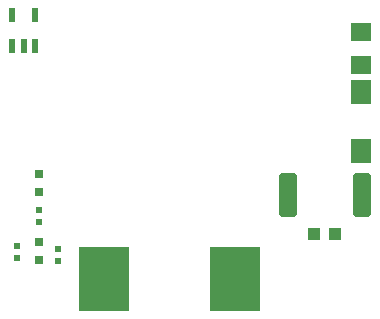
<source format=gbr>
G04 #@! TF.GenerationSoftware,KiCad,Pcbnew,7.0.7*
G04 #@! TF.CreationDate,2024-10-22T13:50:40-07:00*
G04 #@! TF.ProjectId,ESP_POE_1.4a,4553505f-504f-4455-9f31-2e34612e6b69,K*
G04 #@! TF.SameCoordinates,Original*
G04 #@! TF.FileFunction,Paste,Top*
G04 #@! TF.FilePolarity,Positive*
%FSLAX46Y46*%
G04 Gerber Fmt 4.6, Leading zero omitted, Abs format (unit mm)*
G04 Created by KiCad (PCBNEW 7.0.7) date 2024-10-22 13:50:40*
%MOMM*%
%LPD*%
G01*
G04 APERTURE LIST*
G04 Aperture macros list*
%AMRoundRect*
0 Rectangle with rounded corners*
0 $1 Rounding radius*
0 $2 $3 $4 $5 $6 $7 $8 $9 X,Y pos of 4 corners*
0 Add a 4 corners polygon primitive as box body*
4,1,4,$2,$3,$4,$5,$6,$7,$8,$9,$2,$3,0*
0 Add four circle primitives for the rounded corners*
1,1,$1+$1,$2,$3*
1,1,$1+$1,$4,$5*
1,1,$1+$1,$6,$7*
1,1,$1+$1,$8,$9*
0 Add four rect primitives between the rounded corners*
20,1,$1+$1,$2,$3,$4,$5,0*
20,1,$1+$1,$4,$5,$6,$7,0*
20,1,$1+$1,$6,$7,$8,$9,0*
20,1,$1+$1,$8,$9,$2,$3,0*%
G04 Aperture macros list end*
%ADD10R,0.550000X0.500000*%
%ADD11R,0.800000X0.800000*%
%ADD12R,0.550000X1.200000*%
%ADD13R,1.778000X1.524000*%
%ADD14R,4.216400X5.410200*%
%ADD15R,1.016000X1.016000*%
%ADD16R,1.700000X2.000000*%
%ADD17RoundRect,0.127000X0.600000X1.700000X-0.600000X1.700000X-0.600000X-1.700000X0.600000X-1.700000X0*%
G04 APERTURE END LIST*
D10*
X104698800Y-152806400D03*
X104698800Y-153822400D03*
X101295200Y-152552400D03*
X101295200Y-153568400D03*
D11*
X103124000Y-153695400D03*
X103124000Y-152171400D03*
D10*
X103124000Y-149504400D03*
X103124000Y-150520400D03*
D11*
X103124000Y-147980400D03*
X103124000Y-146456400D03*
D12*
X100868400Y-135543600D03*
X101818400Y-135543600D03*
X102768400Y-135543600D03*
X102768400Y-132943600D03*
X100868400Y-132943600D03*
D13*
X130352800Y-137210800D03*
X130352800Y-134416800D03*
D14*
X119694200Y-155346400D03*
X108670600Y-155346400D03*
D15*
X128219200Y-151485600D03*
X126441200Y-151485600D03*
D16*
X130403600Y-139446000D03*
X130403600Y-144446000D03*
D17*
X130505200Y-148183600D03*
X124205200Y-148183600D03*
M02*

</source>
